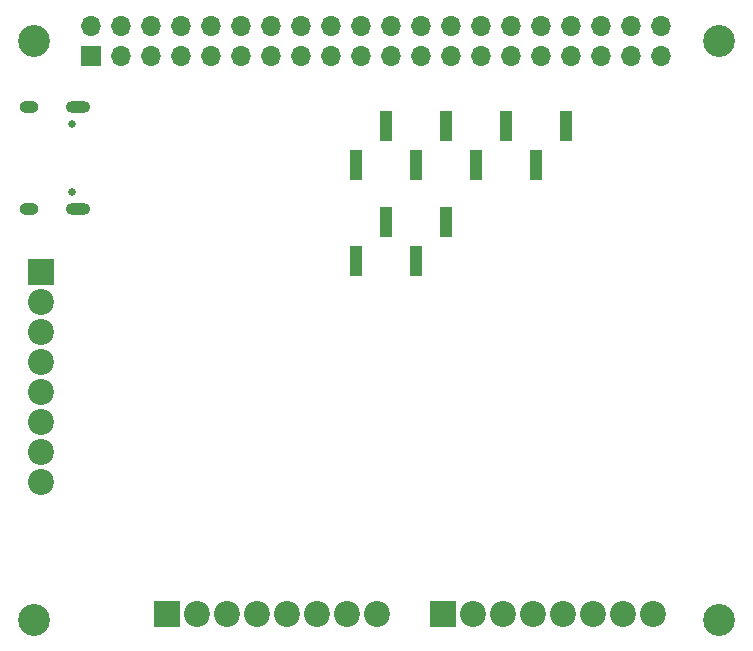
<source format=gts>
G04 #@! TF.GenerationSoftware,KiCad,Pcbnew,(6.0.6)*
G04 #@! TF.CreationDate,2022-10-22T01:16:13+02:00*
G04 #@! TF.ProjectId,Phoniebox,50686f6e-6965-4626-9f78-2e6b69636164,rev?*
G04 #@! TF.SameCoordinates,Original*
G04 #@! TF.FileFunction,Soldermask,Top*
G04 #@! TF.FilePolarity,Negative*
%FSLAX46Y46*%
G04 Gerber Fmt 4.6, Leading zero omitted, Abs format (unit mm)*
G04 Created by KiCad (PCBNEW (6.0.6)) date 2022-10-22 01:16:13*
%MOMM*%
%LPD*%
G01*
G04 APERTURE LIST*
%ADD10C,2.700000*%
%ADD11R,2.200000X2.200000*%
%ADD12C,2.200000*%
%ADD13R,1.000000X2.510000*%
%ADD14R,1.700000X1.700000*%
%ADD15O,1.700000X1.700000*%
%ADD16C,0.650000*%
%ADD17O,2.100000X1.000000*%
%ADD18O,1.600000X1.000000*%
G04 APERTURE END LIST*
D10*
X161500000Y-47500000D03*
X103500000Y-96500000D03*
X103500000Y-47500000D03*
D11*
X104140000Y-67056000D03*
D12*
X104140000Y-69596000D03*
X104140000Y-72136000D03*
X104140000Y-74676000D03*
X104140000Y-77216000D03*
X104140000Y-79756000D03*
X104140000Y-82296000D03*
X104140000Y-84836000D03*
D13*
X130810000Y-66171000D03*
X133350000Y-62861000D03*
X135890000Y-66171000D03*
X138430000Y-62861000D03*
X130810000Y-58043000D03*
X133350000Y-54733000D03*
X135890000Y-58043000D03*
X138430000Y-54733000D03*
X140970000Y-58043000D03*
X143510000Y-54733000D03*
X146050000Y-58043000D03*
X148590000Y-54733000D03*
D10*
X161500000Y-96500000D03*
D11*
X114808000Y-96012000D03*
D12*
X117348000Y-96012000D03*
X119888000Y-96012000D03*
X122428000Y-96012000D03*
X124968000Y-96012000D03*
X127508000Y-96012000D03*
X130048000Y-96012000D03*
X132588000Y-96012000D03*
D11*
X138176000Y-96012000D03*
D12*
X140716000Y-96012000D03*
X143256000Y-96012000D03*
X145796000Y-96012000D03*
X148336000Y-96012000D03*
X150876000Y-96012000D03*
X153416000Y-96012000D03*
X155956000Y-96012000D03*
D14*
X108370000Y-48770000D03*
D15*
X108370000Y-46230000D03*
X110910000Y-48770000D03*
X110910000Y-46230000D03*
X113450000Y-48770000D03*
X113450000Y-46230000D03*
X115990000Y-48770000D03*
X115990000Y-46230000D03*
X118530000Y-48770000D03*
X118530000Y-46230000D03*
X121070000Y-48770000D03*
X121070000Y-46230000D03*
X123610000Y-48770000D03*
X123610000Y-46230000D03*
X126150000Y-48770000D03*
X126150000Y-46230000D03*
X128690000Y-48770000D03*
X128690000Y-46230000D03*
X131230000Y-48770000D03*
X131230000Y-46230000D03*
X133770000Y-48770000D03*
X133770000Y-46230000D03*
X136310000Y-48770000D03*
X136310000Y-46230000D03*
X138850000Y-48770000D03*
X138850000Y-46230000D03*
X141390000Y-48770000D03*
X141390000Y-46230000D03*
X143930000Y-48770000D03*
X143930000Y-46230000D03*
X146470000Y-48770000D03*
X146470000Y-46230000D03*
X149010000Y-48770000D03*
X149010000Y-46230000D03*
X151550000Y-48770000D03*
X151550000Y-46230000D03*
X154090000Y-48770000D03*
X154090000Y-46230000D03*
X156630000Y-48770000D03*
X156630000Y-46230000D03*
D16*
X106740000Y-54514000D03*
X106740000Y-60294000D03*
D17*
X107270000Y-61724000D03*
D18*
X103090000Y-61724000D03*
D17*
X107270000Y-53084000D03*
D18*
X103090000Y-53084000D03*
M02*

</source>
